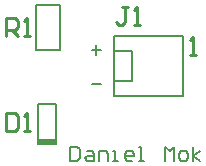
<source format=gto>
G04*
G04 #@! TF.GenerationSoftware,Altium Limited,Altium Designer,23.7.1 (13)*
G04*
G04 Layer_Color=65535*
%FSLAX44Y44*%
%MOMM*%
G71*
G04*
G04 #@! TF.SameCoordinates,EF107940-91EF-4339-82F6-E674CF011E28*
G04*
G04*
G04 #@! TF.FilePolarity,Positive*
G04*
G01*
G75*
%ADD10C,0.2000*%
%ADD11C,0.2540*%
%ADD12R,1.4893X0.5384*%
D10*
X47000Y26000D02*
X62000D01*
Y60000D01*
X47000Y26000D02*
Y60000D01*
X62000D01*
X45000Y106000D02*
Y144000D01*
Y106000D02*
X65000D01*
Y144000D01*
X45000D02*
X65000D01*
X110790Y80000D02*
X126030D01*
Y105400D01*
X110790D02*
X126030D01*
X110790Y118100D02*
X169210D01*
X110790Y67300D02*
Y118100D01*
Y67300D02*
X169210D01*
Y118100D01*
X74000Y23996D02*
Y12000D01*
X79998D01*
X81997Y13999D01*
Y21997D01*
X79998Y23996D01*
X74000D01*
X87996Y19997D02*
X91994D01*
X93994Y17998D01*
Y12000D01*
X87996D01*
X85996Y13999D01*
X87996Y15999D01*
X93994D01*
X97992Y12000D02*
Y19997D01*
X103990D01*
X105990Y17998D01*
Y12000D01*
X109988D02*
X113987D01*
X111988D01*
Y19997D01*
X109988D01*
X125983Y12000D02*
X121985D01*
X119985Y13999D01*
Y17998D01*
X121985Y19997D01*
X125983D01*
X127983Y17998D01*
Y15999D01*
X119985D01*
X131981Y12000D02*
X135980D01*
X133981D01*
Y23996D01*
X131981D01*
X153974Y12000D02*
Y23996D01*
X157973Y19997D01*
X161971Y23996D01*
Y12000D01*
X167970D02*
X171968D01*
X173968Y13999D01*
Y17998D01*
X171968Y19997D01*
X167970D01*
X165970Y17998D01*
Y13999D01*
X167970Y12000D01*
X177966D02*
Y23996D01*
Y15999D02*
X183964Y19997D01*
X177966Y15999D02*
X183964Y12000D01*
X92000Y77000D02*
X99997D01*
X92000Y105999D02*
X99997D01*
X95999Y109997D02*
Y102000D01*
D11*
X175560Y101590D02*
X180638D01*
X178099D01*
Y116825D01*
X175560Y114286D01*
X19843Y117382D02*
Y132618D01*
X27461D01*
X30000Y130078D01*
Y125000D01*
X27461Y122461D01*
X19843D01*
X24922D02*
X30000Y117382D01*
X35078D02*
X40157D01*
X37618D01*
Y132618D01*
X35078Y130078D01*
X122423Y142233D02*
X117344D01*
X119883D01*
Y129537D01*
X117344Y126998D01*
X114805D01*
X112266Y129537D01*
X127501Y126998D02*
X132579D01*
X130040D01*
Y142233D01*
X127501Y139694D01*
X19843Y52618D02*
Y37383D01*
X27461D01*
X30000Y39922D01*
Y50078D01*
X27461Y52618D01*
X19843D01*
X35078Y37383D02*
X40157D01*
X37618D01*
Y52618D01*
X35078Y50078D01*
D12*
X54554Y28308D02*
D03*
M02*

</source>
